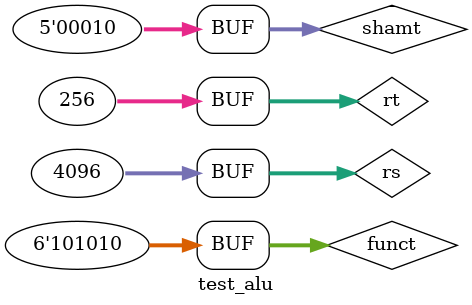
<source format=v>
module test_alu;
	// Inputs
	reg [5:0] funct;
	reg [31:0] rs;
	reg [31:0] rt;
	reg [4:0] shamt;
	// Outputs
	wire carryout,zero,overflow;
	wire [31:0] result;

	aluModul tester(	.Funct(funct),.Shamt(shamt),.Rs(rs),
	.Rt(rt),.Result(result),.carryOut(carryout),.Zero(zero),.overFlow(overflow));

	initial begin
		funct = 0;
		rs = 0;
		rt = 0;
		shamt = 0;
		#100
        
		//add
		funct = 6'b100000;
		rs = 32'hffffffff;
		rt = 32'h0000000f;
		shamt = 0;
		#100;
		
		//sub
		funct = 6'b100010;
		rs = 11068;
		rt = 15786;
		shamt = 0;
		#100;
		
		//and
		funct = 6'b100100;
		rs = 110234;
		rt = 104567;
		shamt = 0;
		#100;
		
		//or
		funct = 6'b100101;
		rs = 11024;
		rt = 10234;
		shamt = 0;
		#100;				
		
		//sra
		funct = 6'b000011;
		rs = 32'b10000000000000000000000000000000;
		rt = 1023;
		shamt = 5'd5;
		#100;		
			
		//sra
		funct = 6'b000011;
		rs = -32'd6;
		rt = -32'd6;
		shamt = 5'd4;
		#100;
		
		//srl
		funct = 6'b000010;
		rs = 1104345;
		rt = 106756;
		shamt = 1;
		#100;
		
		//sll
		funct = 6'b000000;
		rs = 32'b001110;
		rt = 1045747;
		shamt = 2;
		#100;
		
		//sllv
		funct = 6'b000100;
		rs = 32'b0011000;
		rt = 10456;
		shamt = 2;
		#100;	
		
		//slt
		funct = 6'b101010;
		rs = -4;
		rt = 4;
		shamt = 2;
		#100;
		
		//slt
		funct = 6'b101010;
		rs = 32'h00000005;
		rt = 32'h11111111;
		shamt = 2;
		#100;
		
		//slt
		funct = 6'b101010;
		rs = 32'h00001000;
		rt = 32'h00000100;
		shamt = 2;
		#100;
	end
      
endmodule

</source>
